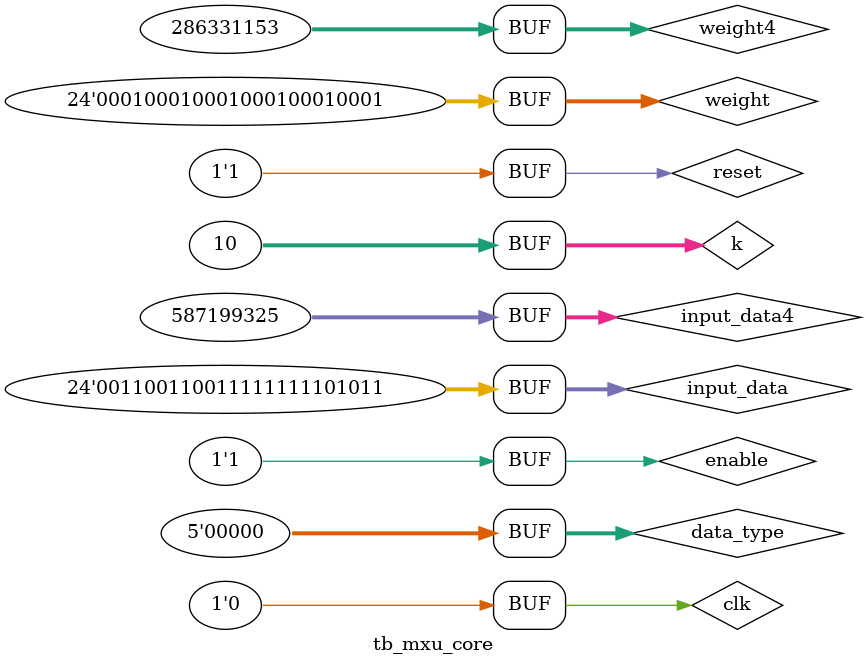
<source format=v>
`timescale 1ns / 1ps


module tb_mxu_core();
        parameter clk_period= 10;
              reg clk,reset;
              reg [(8)*(3)-1:0]input_data;
              reg [(8)*(3)-1:0]weight;
              reg [(8)*(4)-1:0]input_data4;
                 reg [(8)*(4)-1:0]weight4;
               reg enable;
               reg [4:0]data_type=0;
              wire test_mode;
              wire [8*3-1:0]y;
              wire [8*4-1:0]y4;
              integer k;
    `define SIMULATION 1
                  `define VIVADO_MAC SIMULATION
     mxu_core #( .M(3), .K(3),.max_data_width(8)  ) uut
    (    .data_type(data_type),
        .clk(clk),
        .enable(enable),
        .reset(reset),
        .test_mode(test_mode),
        .input_data(input_data),
        .weight(weight),
        .y(y)
        );
     mxu_core #( .M(4), .K(4),.max_data_width(8)  ) uut4
            (   .data_type(data_type),
                .clk(clk),
                .enable(enable),
                .reset(reset),
                .test_mode(test_mode),
                .input_data(input_data4),
                .weight(weight4),
                .y(y4)
                );
               
              
                    always begin
                       clk = 1'b1;
                       #(clk_period/2) 
                       clk = 1'b0;
                       #(clk_period/2);
                    end
              

              
              initial begin 
              enable=1'b0;
              reset=1'b0;
              #clk_period;
              reset=1'b1;
              input_data=24'hFECAFE;
              weight=24'hFFFFFF;
              weight4=32'habcdef12;
              input_data4=32'h22111353;
              #clk_period;
              enable=1'b1;
              #clk_period;
              for(k=0;k<8;k=k+1) begin 
              #clk_period;
              end
              // first input chaanges delay on second input of 1 cc and on third 1 of 2cc 
              // the delay of input chian depends from the number of columns 
              input_data=24'hF111FE;
              input_data4=32'h22aaa353;
              #clk_period;
              input_data=24'hF222FE;
              #clk_period;
              input_data=24'hF333FE;
              input_data4=32'h22FFF353;
              for(k=0;k<6;k=k+1) begin 
              #clk_period;
              end
              weight=24'h111111;
              weight4=32'h11111111;
              input_data=24'hF333FE1;
              input_data4=32'h22FFF353;
              for(k=0;k<10;k=k+1) begin 
              #clk_period;
              input_data=input_data+1'h1;
              input_data4=input_data4+1'h1;
              end
                              
              end 

        
        
        
        
            
endmodule

</source>
